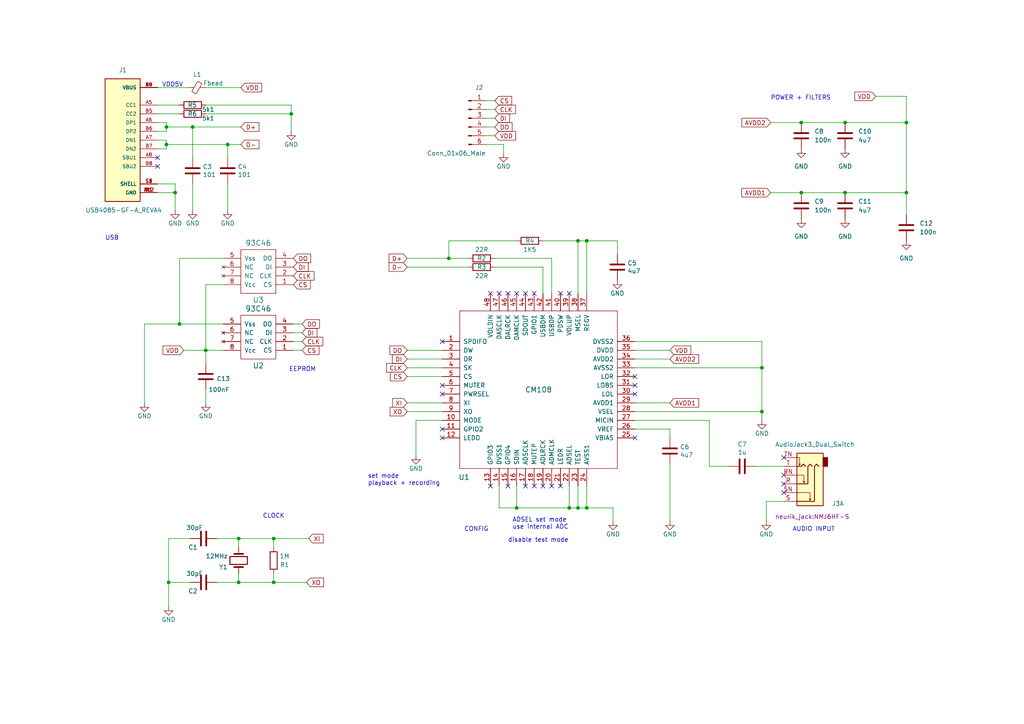
<source format=kicad_sch>
(kicad_sch (version 20230121) (generator eeschema)
  (paper "A4")
  (title_block (title "Unrealtone") (date "2023-11-10") (rev "v2"))
  (lib_symbols
    (symbol "93c46:93C46" (pin_names (offset 1.016))
      (property "Reference" "U" (at 0 8.89 0))
      (property "Value" "93C46" (at 0 -8.89 0))
      (symbol "93C46_0_1"
        (rectangle (start -5.08 -6.35) (end 5.08 6.35))
      )
      (symbol "93C46_1_1"
        (pin bidirectional line (at -10.16 3.81 0) (length 5.08) (name "CS") (number "1"))
        (pin bidirectional line (at -10.16 1.27 0) (length 5.08) (name "CLK") (number "2"))
        (pin bidirectional line (at -10.16 -1.27 0) (length 5.08) (name "DI") (number "3"))
        (pin bidirectional line (at -10.16 -3.81 0) (length 5.08) (name "DO") (number "4"))
        (pin power_out line (at 10.16 -3.81 180) (length 5.08) (name "Vss") (number "5"))
        (pin no_connect line (at 10.16 -1.27 180) (length 5.08) (name "NC") (number "6"))
        (pin no_connect line (at 10.16 1.27 180) (length 5.08) (name "NC") (number "7"))
        (pin power_in line (at 10.16 3.81 180) (length 5.08) (name "Vcc") (number "8"))
      )
    )
    (symbol "Connector:AudioJack3_Dual_Switch"
      (property "Reference" "J3" (at 8.89 0.0001 0))
      (property "Value" "AudioJack3_Dual_Switch" (at 8.89 -5.08 0))
      (property "Footprint" "neurik_jack:NMJ6HF-S" (at 3.175 10.16 0))
      (symbol "AudioJack3_Dual_Switch_0_1"
        (rectangle (start -6.35 -5.08) (end -7.62 -7.62) (stroke (width 0.254)) (fill (type outline)))
        (polyline (pts (xy -2.54 4.826) (xy -2.286 4.318)))
        (polyline (pts (xy -0.762 -0.254) (xy -0.508 -0.762)))
        (polyline (pts (xy 0.508 -5.334) (xy 0.762 -5.842)))
        (polyline (pts (xy 1.27 0) (xy 2.54 0)))
        (polyline (pts (xy 2.54 -5.08) (xy 1.27 -5.08)))
        (polyline (pts (xy 2.54 5.08) (xy 1.27 5.08)))
        (polyline (pts (xy -1.27 -5.08) (xy -0.635 -5.715) (xy 0 -5.08) (xy 1.27 -5.08)) (stroke (width 0.254)))
        (polyline (pts (xy 2.54 -7.62) (xy 0.508 -7.62) (xy 0.508 -5.334) (xy 0.254 -5.842)))
        (polyline (pts (xy 2.54 -2.54) (xy -0.762 -2.54) (xy -0.762 -0.254) (xy -1.016 -0.762)))
        (polyline (pts (xy 2.54 2.54) (xy -2.54 2.54) (xy -2.54 4.826) (xy -2.794 4.318)))
        (polyline (pts (xy -3.175 -5.08) (xy -2.54 -5.715) (xy -1.905 -5.08) (xy -1.905 0) (xy 1.27 0)) (stroke (width 0.254)))
        (polyline (pts (xy 1.27 5.08) (xy -3.81 5.08) (xy -3.81 -5.08) (xy -4.445 -5.715) (xy -5.08 -5.08)) (stroke (width 0.254)))
        (rectangle (start 1.27 6.35) (end -6.35 -8.89) (stroke (width 0.254)) (fill (type background)))
      )
      (symbol "AudioJack3_Dual_Switch_1_1"
        (pin passive line (at 5.08 0 180) (length 2.54) (name "~") (number "R"))
        (pin passive line (at 5.08 -2.54 180) (length 2.54) (name "~") (number "RN"))
        (pin passive line (at 5.08 5.08 180) (length 2.54) (name "~") (number "S"))
        (pin passive line (at 5.08 2.54 180) (length 2.54) (name "~") (number "SN"))
        (pin passive line (at 5.08 -5.08 180) (length 2.54) (name "~") (number "T"))
        (pin passive line (at 5.08 -7.62 180) (length 2.54) (name "~") (number "TN"))
      )
      (symbol "AudioJack3_Dual_Switch_2_1"
        (pin passive line (at 5.08 0 180) (length 2.54) (name "~") (number "R2"))
        (pin passive line (at 5.08 -2.54 180) (length 2.54) (name "~") (number "RN2"))
        (pin passive line (at 5.08 5.08 180) (length 2.54) (name "~") (number "S2"))
        (pin passive line (at 5.08 2.54 180) (length 2.54) (name "~") (number "SN2"))
        (pin passive line (at 5.08 -5.08 180) (length 2.54) (name "~") (number "T2"))
        (pin passive line (at 5.08 -7.62 180) (length 2.54) (name "~") (number "TN2"))
      )
    )
    (symbol "Connector:Conn_01x06_Male" (pin_names (offset 1.016) hide)
      (property "Reference" "J" (at 0 7.62 0))
      (property "Value" "Conn_01x06_Male" (at 0 -10.16 0))
      (symbol "Conn_01x06_Male_1_1"
        (polyline (pts (xy 1.27 -7.62) (xy 0.8636 -7.62)) (stroke (width 0.1524)))
        (polyline (pts (xy 1.27 -5.08) (xy 0.8636 -5.08)) (stroke (width 0.1524)))
        (polyline (pts (xy 1.27 -2.54) (xy 0.8636 -2.54)) (stroke (width 0.1524)))
        (polyline (pts (xy 1.27 0) (xy 0.8636 0)) (stroke (width 0.1524)))
        (polyline (pts (xy 1.27 2.54) (xy 0.8636 2.54)) (stroke (width 0.1524)))
        (polyline (pts (xy 1.27 5.08) (xy 0.8636 5.08)) (stroke (width 0.1524)))
        (rectangle (start 0.8636 -7.493) (end 0 -7.747) (stroke (width 0.1524)) (fill (type outline)))
        (rectangle (start 0.8636 -4.953) (end 0 -5.207) (stroke (width 0.1524)) (fill (type outline)))
        (rectangle (start 0.8636 -2.413) (end 0 -2.667) (stroke (width 0.1524)) (fill (type outline)))
        (rectangle (start 0.8636 0.127) (end 0 -0.127) (stroke (width 0.1524)) (fill (type outline)))
        (rectangle (start 0.8636 2.667) (end 0 2.413) (stroke (width 0.1524)) (fill (type outline)))
        (rectangle (start 0.8636 5.207) (end 0 4.953) (stroke (width 0.1524)) (fill (type outline)))
        (pin passive line (at 5.08 5.08 180) (length 3.81) (name "Pin_1") (number "1"))
        (pin passive line (at 5.08 2.54 180) (length 3.81) (name "Pin_2") (number "2"))
        (pin passive line (at 5.08 0 180) (length 3.81) (name "Pin_3") (number "3"))
        (pin passive line (at 5.08 -2.54 180) (length 3.81) (name "Pin_4") (number "4"))
        (pin passive line (at 5.08 -5.08 180) (length 3.81) (name "Pin_5") (number "5"))
        (pin passive line (at 5.08 -7.62 180) (length 3.81) (name "Pin_6") (number "6"))
      )
    )
    (symbol "Device:C" (pin_numbers hide) (pin_names (offset 0.254))
      (property "Reference" "C" (at 0.635 2.54 0))
      (property "Value" "C" (at 0.635 -2.54 0))
      (symbol "C_0_1"
        (polyline (pts (xy -2.032 -0.762) (xy 2.032 -0.762)) (stroke (width 0.508)))
        (polyline (pts (xy -2.032 0.762) (xy 2.032 0.762)) (stroke (width 0.508)))
      )
      (symbol "C_1_1"
        (pin passive line (at 0 3.81 270) (length 2.794) (name "~") (number "1"))
        (pin passive line (at 0 -3.81 90) (length 2.794) (name "~") (number "2"))
      )
    )
    (symbol "Device:R" (pin_numbers hide) (pin_names (offset 0))
      (property "Reference" "R" (at 2.032 0 90))
      (property "Value" "R" (at 0 0 90))
      (symbol "R_0_1"
        (rectangle (start -1.016 -2.54) (end 1.016 2.54) (stroke (width 0.254)))
      )
      (symbol "R_1_1"
        (pin passive line (at 0 3.81 270) (length 1.27) (name "~") (number "1"))
        (pin passive line (at 0 -3.81 90) (length 1.27) (name "~") (number "2"))
      )
    )
    (symbol "USB4085-GF-A_REVA4:USB4085-GF-A_REVA4" (pin_names (offset 1.016))
      (property "Reference" "J" (at -5.08 18.288 0))
      (property "Value" "USB4085-GF-A_REVA4" (at -5.08 -20.32 0))
      (symbol "USB4085-GF-A_REVA4_0_0"
        (rectangle (start -5.08 -17.78) (end 5.08 17.78) (stroke (width 0.254)) (fill (type background)))
        (pin power_in line (at -10.16 -15.24 0) (length 5.08) (name "GND") (number "A1"))
        (pin power_in line (at -10.16 -15.24 0) (length 5.08) (name "GND") (number "A12"))
        (pin power_in line (at -10.16 15.24 0) (length 5.08) (name "VBUS") (number "A4"))
        (pin bidirectional line (at -10.16 10.16 0) (length 5.08) (name "CC1") (number "A5"))
        (pin bidirectional line (at -10.16 5.08 0) (length 5.08) (name "DP1") (number "A6"))
        (pin bidirectional line (at -10.16 0 0) (length 5.08) (name "DN1") (number "A7"))
        (pin bidirectional line (at -10.16 -5.08 0) (length 5.08) (name "SBU1") (number "A8"))
        (pin power_in line (at -10.16 15.24 0) (length 5.08) (name "VBUS") (number "A9"))
        (pin power_in line (at -10.16 -15.24 0) (length 5.08) (name "GND") (number "B1"))
        (pin power_in line (at -10.16 -15.24 0) (length 5.08) (name "GND") (number "B12"))
        (pin power_in line (at -10.16 15.24 0) (length 5.08) (name "VBUS") (number "B4"))
        (pin bidirectional line (at -10.16 7.62 0) (length 5.08) (name "CC2") (number "B5"))
        (pin bidirectional line (at -10.16 2.54 0) (length 5.08) (name "DP2") (number "B6"))
        (pin bidirectional line (at -10.16 -2.54 0) (length 5.08) (name "DN2") (number "B7"))
        (pin bidirectional line (at -10.16 -7.62 0) (length 5.08) (name "SBU2") (number "B8"))
        (pin power_in line (at -10.16 15.24 0) (length 5.08) (name "VBUS") (number "B9"))
        (pin passive line (at -10.16 -12.7 0) (length 5.08) (name "SHELL") (number "S1"))
        (pin passive line (at -10.16 -12.7 0) (length 5.08) (name "SHELL") (number "S2"))
        (pin passive line (at -10.16 -12.7 0) (length 5.08) (name "SHELL") (number "S3"))
        (pin passive line (at -10.16 -12.7 0) (length 5.08) (name "SHELL") (number "S4"))
      )
    )
    (symbol "cm108:CM108" (pin_names (offset 1.016))
      (property "Reference" "U" (at 20.32 26.67 0))
      (property "Value" "CM108" (at 22.86 -25.4 0))
      (symbol "CM108_0_1"
        (rectangle (start -22.86 22.86) (end 22.86 -22.86))
      )
      (symbol "CM108_1_1"
        (pin output line (at -27.94 13.97 0) (length 5.08) (name "SPDIFO") (number "1"))
        (pin input line (at -27.94 -8.89 0) (length 5.08) (name "MODE") (number "10"))
        (pin bidirectional line (at -27.94 -11.43 0) (length 5.08) (name "GPIO2") (number "11"))
        (pin output line (at -27.94 -13.97 0) (length 5.08) (name "LEDO") (number "12"))
        (pin bidirectional line (at -13.97 -27.94 90) (length 5.08) (name "GPIO3") (number "13"))
        (pin passive line (at -11.43 -27.94 90) (length 5.08) (name "DVSS1") (number "14"))
        (pin bidirectional line (at -8.89 -27.94 90) (length 5.08) (name "GPIO4") (number "15"))
        (pin input line (at -6.35 -27.94 90) (length 5.08) (name "SDIN") (number "16"))
        (pin input line (at -3.81 -27.94 90) (length 5.08) (name "ADSCLK") (number "17"))
        (pin input line (at -1.27 -27.94 90) (length 5.08) (name "MUTEP") (number "18"))
        (pin output line (at 1.27 -27.94 90) (length 5.08) (name "ADLRCK") (number "19"))
        (pin output line (at -27.94 11.43 0) (length 5.08) (name "DW") (number "2"))
        (pin output line (at 3.81 -27.94 90) (length 5.08) (name "ADMCLK") (number "20"))
        (pin output line (at 6.35 -27.94 90) (length 5.08) (name "LEDR") (number "21"))
        (pin input line (at 8.89 -27.94 90) (length 5.08) (name "ADSEL") (number "22"))
        (pin input line (at 11.43 -27.94 90) (length 5.08) (name "TEST") (number "23"))
        (pin passive line (at 13.97 -27.94 90) (length 5.08) (name "AVSS1") (number "24"))
        (pin power_out line (at 27.94 -13.97 180) (length 5.08) (name "VBIAS") (number "25"))
        (pin passive line (at 27.94 -11.43 180) (length 5.08) (name "VREF") (number "26"))
        (pin input line (at 27.94 -8.89 180) (length 5.08) (name "MICIN") (number "27"))
        (pin input line (at 27.94 -6.35 180) (length 5.08) (name "VSEL") (number "28"))
        (pin power_in line (at 27.94 -3.81 180) (length 5.08) (name "AVDD1") (number "29"))
        (pin input line (at -27.94 8.89 0) (length 5.08) (name "DR") (number "3"))
        (pin output line (at 27.94 -1.27 180) (length 5.08) (name "LOL") (number "30"))
        (pin power_out line (at 27.94 1.27 180) (length 5.08) (name "LOBS") (number "31"))
        (pin output line (at 27.94 3.81 180) (length 5.08) (name "LOR") (number "32"))
        (pin passive line (at 27.94 6.35 180) (length 5.08) (name "AVSS2") (number "33"))
        (pin power_in line (at 27.94 8.89 180) (length 5.08) (name "AVDD2") (number "34"))
        (pin power_in line (at 27.94 11.43 180) (length 5.08) (name "DVDD") (number "35"))
        (pin passive line (at 27.94 13.97 180) (length 5.08) (name "DVSS2") (number "36"))
        (pin power_out line (at 13.97 27.94 270) (length 5.08) (name "REGV") (number "37"))
        (pin input line (at 11.43 27.94 270) (length 5.08) (name "MSEL") (number "38"))
        (pin input line (at 8.89 27.94 270) (length 5.08) (name "VOLUP") (number "39"))
        (pin output line (at -27.94 6.35 0) (length 5.08) (name "SK") (number "4"))
        (pin output line (at 6.35 27.94 270) (length 5.08) (name "PDSW") (number "40"))
        (pin bidirectional line (at 3.81 27.94 270) (length 5.08) (name "USBDP") (number "41"))
        (pin bidirectional line (at 1.27 27.94 270) (length 5.08) (name "USBDM") (number "42"))
        (pin bidirectional line (at -1.27 27.94 270) (length 5.08) (name "GPIO1") (number "43"))
        (pin output line (at -3.81 27.94 270) (length 5.08) (name "SDOUT") (number "44"))
        (pin output line (at -6.35 27.94 270) (length 5.08) (name "DAMCLK") (number "45"))
        (pin bidirectional line (at -8.89 27.94 270) (length 5.08) (name "DALRCK") (number "46"))
        (pin bidirectional line (at -11.43 27.94 270) (length 5.08) (name "DASCLK") (number "47"))
        (pin input line (at -13.97 27.94 270) (length 5.08) (name "VOLDIN") (number "48"))
        (pin input line (at -27.94 3.81 0) (length 5.08) (name "CS") (number "5"))
        (pin input line (at -27.94 1.27 0) (length 5.08) (name "MUTER") (number "6"))
        (pin output line (at -27.94 -1.27 0) (length 5.08) (name "PWRSEL") (number "7"))
        (pin input line (at -27.94 -3.81 0) (length 5.08) (name "XI") (number "8"))
        (pin input line (at -27.94 -6.35 0) (length 5.08) (name "XO") (number "9"))
      )
    )
    (symbol "power:GND" (power) (pin_names (offset 0))
      (property "Value" "GND" (at 0 -3.81 0))
      (symbol "GND_0_1"
        (polyline (pts (xy 0 0) (xy 0 -1.27) (xy 1.27 -1.27) (xy 0 -2.54) (xy -1.27 -1.27) (xy 0 -1.27)))
      )
      (symbol "GND_1_1"
        (pin power_in line (at 0 0 270) (length 0) hide (name "GND") (number "1"))
      )
    )
    (symbol "unrealtone-rescue:C" (pin_numbers hide) (pin_names (offset 0.254))
      (property "Reference" "C" (at 0.635 2.54 0))
      (property "Value" "C" (at 0.635 -2.54 0))
      (symbol "C_0_1"
        (polyline (pts (xy -2.032 -0.762) (xy 2.032 -0.762)) (stroke (width 0.508)))
        (polyline (pts (xy -2.032 0.762) (xy 2.032 0.762)) (stroke (width 0.508)))
      )
      (symbol "C_1_1"
        (pin passive line (at 0 3.81 270) (length 2.794) (name "~") (number "1"))
        (pin passive line (at 0 -3.81 90) (length 2.794) (name "~") (number "2"))
      )
    )
    (symbol "unrealtone-rescue:Crystal" (pin_numbers hide) (pin_names (offset 1.016) hide)
      (property "Reference" "Y" (at 0 3.81 0))
      (property "Value" "Crystal" (at 0 -3.81 0))
      (symbol "Crystal_0_1"
        (rectangle (start -1.143 2.54) (end 1.143 -2.54) (stroke (width 0.3048)))
        (polyline (pts (xy -2.54 0) (xy -1.905 0)))
        (polyline (pts (xy -1.905 -1.27) (xy -1.905 1.27)) (stroke (width 0.508)))
        (polyline (pts (xy 1.905 -1.27) (xy 1.905 1.27)) (stroke (width 0.508)))
        (polyline (pts (xy 2.54 0) (xy 1.905 0)))
      )
      (symbol "Crystal_1_1"
        (pin passive line (at -3.81 0 0) (length 1.27) (name "1") (number "1"))
        (pin passive line (at 3.81 0 180) (length 1.27) (name "2") (number "2"))
      )
    )
    (symbol "unrealtone-rescue:Ferrite_Bead_Small" (pin_numbers hide) (pin_names (offset 0))
      (property "Reference" "L" (at 1.905 1.27 0))
      (property "Value" "Ferrite_Bead_Small" (at 1.905 -1.27 0))
      (symbol "Ferrite_Bead_Small_0_1"
        (polyline (pts (xy 0 -1.27) (xy 0 -0.7874)))
        (polyline (pts (xy 0 0.889) (xy 0 1.2954)))
        (polyline (pts (xy -1.8288 0.2794) (xy -1.1176 1.4986) (xy 1.8288 -0.2032) (xy 1.1176 -1.4224) (xy -1.8288 0.2794)))
      )
      (symbol "Ferrite_Bead_Small_1_1"
        (pin passive line (at 0 2.54 270) (length 1.27) (name "~") (number "1"))
        (pin passive line (at 0 -2.54 90) (length 1.27) (name "~") (number "2"))
      )
    )
    (symbol "unrealtone-rescue:R" (pin_numbers hide) (pin_names (offset 0))
      (property "Reference" "R" (at 2.032 0 90))
      (property "Value" "R" (at 0 0 90))
      (symbol "R_0_1"
        (rectangle (start -1.016 -2.54) (end 1.016 2.54) (stroke (width 0.254)))
      )
      (symbol "R_1_1"
        (pin passive line (at 0 3.81 270) (length 1.27) (name "~") (number "1"))
        (pin passive line (at 0 -3.81 90) (length 1.27) (name "~") (number "2"))
      )
    )
  )
  (junction (at 130.175 74.93))
  (junction (at 84.455 33.02))
  (junction (at 48.26 41.91))
  (junction (at 48.26 36.83))
  (junction (at 167.64 69.85))
  (junction (at 232.41 55.88))
  (junction (at 245.11 35.56))
  (junction (at 170.18 147.32))
  (junction (at 262.89 35.56))
  (junction (at 167.64 147.32))
  (junction (at 232.41 35.56))
  (junction (at 262.89 55.88))
  (junction (at 245.11 55.88))
  (junction (at 170.18 69.85))
  (junction (at 59.69 101.6))
  (junction (at 55.88 36.83))
  (junction (at 149.86 147.32))
  (junction (at 165.1 147.32))
  (junction (at 220.98 106.68))
  (junction (at 52.07 93.98))
  (junction (at 220.98 119.38))
  (junction (at 50.8 55.88))
  (junction (at 69.215 168.91))
  (junction (at 79.375 168.91))
  (junction (at 66.04 41.91))
  (junction (at 79.375 156.21))
  (junction (at 69.215 156.21))
  (junction (at 48.895 168.91))
  (no_connect (at 142.24 85.09))
  (no_connect (at 165.1 85.09))
  (no_connect (at 184.15 114.3))
  (no_connect (at 184.15 111.76))
  (no_connect (at 184.15 127))
  (no_connect (at 160.02 140.97))
  (no_connect (at 149.86 85.09))
  (no_connect (at 142.24 140.97))
  (no_connect (at 162.56 85.09))
  (no_connect (at 227.33 132.715))
  (no_connect (at 152.4 85.09))
  (no_connect (at 144.78 85.09))
  (no_connect (at 147.32 140.97))
  (no_connect (at 154.94 85.09))
  (no_connect (at 45.72 45.72))
  (no_connect (at 45.72 48.26))
  (no_connect (at 184.15 109.22))
  (no_connect (at 157.48 140.97))
  (no_connect (at 128.27 124.46))
  (no_connect (at 128.27 127))
  (no_connect (at 128.27 111.76))
  (no_connect (at 162.56 140.97))
  (no_connect (at 154.94 140.97))
  (no_connect (at 227.33 142.875))
  (no_connect (at 227.33 137.795))
  (no_connect (at 227.33 140.335))
  (no_connect (at -5.08 44.45))
  (no_connect (at 147.32 85.09))
  (no_connect (at 128.27 114.3))
  (no_connect (at 128.27 99.06))
  (no_connect (at 152.4 140.97))
  (wire (pts (xy 48.895 168.91) (xy 55.245 168.91)))
  (wire (pts (xy 245.11 35.56) (xy 262.89 35.56)))
  (wire (pts (xy 84.455 30.48) (xy 84.455 33.02)))
  (wire (pts (xy 45.72 55.88) (xy 50.8 55.88)))
  (wire (pts (xy 45.72 35.56) (xy 48.26 35.56)))
  (wire (pts (xy 59.69 82.55) (xy 59.69 101.6)))
  (wire (pts (xy 118.11 74.93) (xy 130.175 74.93)))
  (wire (pts (xy 52.07 74.93) (xy 52.07 93.98)))
  (wire (pts (xy 59.69 30.48) (xy 84.455 30.48)))
  (wire (pts (xy 194.31 134.62) (xy 194.31 151.13)))
  (wire (pts (xy 45.72 40.64) (xy 48.26 40.64)))
  (wire (pts (xy 69.215 166.37) (xy 69.215 168.91)))
  (wire (pts (xy 118.11 119.38) (xy 128.27 119.38)))
  (wire (pts (xy 79.375 166.37) (xy 79.375 168.91)))
  (wire (pts (xy 66.04 53.34) (xy 66.04 60.96)))
  (wire (pts (xy 85.09 96.52) (xy 87.63 96.52)))
  (wire (pts (xy 118.11 109.22) (xy 128.27 109.22)))
  (wire (pts (xy 89.535 156.21) (xy 79.375 156.21)))
  (wire (pts (xy 140.97 41.91) (xy 146.05 41.91)))
  (wire (pts (xy 79.375 156.21) (xy 79.375 158.75)))
  (wire (pts (xy 84.455 33.02) (xy 84.455 38.1)))
  (wire (pts (xy 160.02 74.93) (xy 160.02 85.09)))
  (wire (pts (xy 140.97 39.37) (xy 143.51 39.37)))
  (wire (pts (xy 262.89 35.56) (xy 262.89 55.88)))
  (wire (pts (xy 79.375 168.91) (xy 69.215 168.91)))
  (wire (pts (xy 167.64 69.85) (xy 167.64 85.09)))
  (wire (pts (xy 184.15 106.68) (xy 220.98 106.68)))
  (wire (pts (xy 184.15 116.84) (xy 194.31 116.84)))
  (wire (pts (xy 79.375 156.21) (xy 69.215 156.21)))
  (wire (pts (xy 184.15 99.06) (xy 220.98 99.06)))
  (wire (pts (xy 69.215 168.91) (xy 62.865 168.91)))
  (wire (pts (xy 130.175 69.85) (xy 149.86 69.85)))
  (wire (pts (xy 48.26 35.56) (xy 48.26 36.83)))
  (wire (pts (xy 170.18 69.85) (xy 167.64 69.85)))
  (wire (pts (xy 140.97 36.83) (xy 143.51 36.83)))
  (wire (pts (xy 69.215 156.21) (xy 69.215 158.75)))
  (wire (pts (xy 219.075 135.255) (xy 227.33 135.255)))
  (wire (pts (xy 184.15 101.6) (xy 194.31 101.6)))
  (wire (pts (xy 184.15 119.38) (xy 220.98 119.38)))
  (wire (pts (xy 130.175 69.85) (xy 130.175 74.93)))
  (wire (pts (xy 220.98 119.38) (xy 220.98 121.92)))
  (wire (pts (xy 64.77 74.93) (xy 52.07 74.93)))
  (wire (pts (xy 48.895 156.21) (xy 48.895 168.91)))
  (wire (pts (xy 118.11 77.47) (xy 135.89 77.47)))
  (wire (pts (xy 41.91 93.98) (xy 52.07 93.98)))
  (wire (pts (xy 130.175 74.93) (xy 135.89 74.93)))
  (wire (pts (xy 205.74 121.92) (xy 205.74 135.255)))
  (wire (pts (xy 85.09 99.06) (xy 87.63 99.06)))
  (wire (pts (xy 85.09 101.6) (xy 87.63 101.6)))
  (wire (pts (xy 167.64 147.32) (xy 170.18 147.32)))
  (wire (pts (xy 48.26 41.91) (xy 48.26 43.18)))
  (wire (pts (xy 48.895 168.91) (xy 48.895 175.895)))
  (wire (pts (xy 223.52 55.88) (xy 232.41 55.88)))
  (wire (pts (xy 262.89 55.88) (xy 262.89 62.23)))
  (wire (pts (xy 118.11 104.14) (xy 128.27 104.14)))
  (wire (pts (xy 64.77 82.55) (xy 59.69 82.55)))
  (wire (pts (xy 52.07 93.98) (xy 64.77 93.98)))
  (wire (pts (xy 179.07 73.66) (xy 179.07 69.85)))
  (wire (pts (xy 170.18 69.85) (xy 179.07 69.85)))
  (wire (pts (xy 194.31 124.46) (xy 194.31 127)))
  (wire (pts (xy 184.15 121.92) (xy 205.74 121.92)))
  (wire (pts (xy 118.11 101.6) (xy 128.27 101.6)))
  (wire (pts (xy 59.69 113.03) (xy 59.69 116.84)))
  (wire (pts (xy 120.65 121.92) (xy 120.65 132.08)))
  (wire (pts (xy 222.25 145.415) (xy 222.25 151.13)))
  (wire (pts (xy 205.74 135.255) (xy 211.455 135.255)))
  (wire (pts (xy 170.18 147.32) (xy 177.8 147.32)))
  (wire (pts (xy 149.86 147.32) (xy 149.86 140.97)))
  (wire (pts (xy 59.69 101.6) (xy 64.77 101.6)))
  (wire (pts (xy 118.11 116.84) (xy 128.27 116.84)))
  (wire (pts (xy 245.11 55.88) (xy 262.89 55.88)))
  (wire (pts (xy 118.11 106.68) (xy 128.27 106.68)))
  (wire (pts (xy 157.48 69.85) (xy 167.64 69.85)))
  (wire (pts (xy 53.34 101.6) (xy 59.69 101.6)))
  (wire (pts (xy 59.69 33.02) (xy 84.455 33.02)))
  (wire (pts (xy 220.98 99.06) (xy 220.98 106.68)))
  (wire (pts (xy 48.26 36.83) (xy 48.26 38.1)))
  (wire (pts (xy 45.72 30.48) (xy 52.07 30.48)))
  (wire (pts (xy 45.72 33.02) (xy 52.07 33.02)))
  (wire (pts (xy 232.41 55.88) (xy 245.11 55.88)))
  (wire (pts (xy 66.04 41.91) (xy 66.04 45.72)))
  (wire (pts (xy 48.26 41.91) (xy 66.04 41.91)))
  (wire (pts (xy 48.26 40.64) (xy 48.26 41.91)))
  (wire (pts (xy 222.25 145.415) (xy 227.33 145.415)))
  (wire (pts (xy 149.86 147.32) (xy 165.1 147.32)))
  (wire (pts (xy 45.72 43.18) (xy 48.26 43.18)))
  (wire (pts (xy 140.97 31.75) (xy 143.51 31.75)))
  (wire (pts (xy 50.8 55.88) (xy 50.8 60.96)))
  (wire (pts (xy 262.89 27.94) (xy 262.89 35.56)))
  (wire (pts (xy 55.245 156.21) (xy 48.895 156.21)))
  (wire (pts (xy 128.27 121.92) (xy 120.65 121.92)))
  (wire (pts (xy 157.48 77.47) (xy 157.48 85.09)))
  (wire (pts (xy 55.88 60.96) (xy 55.88 53.34)))
  (wire (pts (xy 146.05 41.91) (xy 146.05 44.45)))
  (wire (pts (xy 170.18 147.32) (xy 170.18 140.97)))
  (wire (pts (xy 88.9 168.91) (xy 79.375 168.91)))
  (wire (pts (xy 50.8 53.34) (xy 50.8 55.88)))
  (wire (pts (xy 45.72 38.1) (xy 48.26 38.1)))
  (wire (pts (xy 177.8 147.32) (xy 177.8 151.13)))
  (wire (pts (xy 48.26 36.83) (xy 55.88 36.83)))
  (wire (pts (xy 184.15 124.46) (xy 194.31 124.46)))
  (wire (pts (xy 167.64 140.97) (xy 167.64 147.32)))
  (wire (pts (xy 170.18 69.85) (xy 170.18 85.09)))
  (wire (pts (xy 55.88 36.83) (xy 55.88 45.72)))
  (wire (pts (xy 165.1 147.32) (xy 167.64 147.32)))
  (wire (pts (xy 232.41 35.56) (xy 245.11 35.56)))
  (wire (pts (xy 254 27.94) (xy 262.89 27.94)))
  (wire (pts (xy 143.51 77.47) (xy 157.48 77.47)))
  (wire (pts (xy 59.69 25.4) (xy 69.85 25.4)))
  (wire (pts (xy 144.78 147.32) (xy 149.86 147.32)))
  (wire (pts (xy 54.61 25.4) (xy 45.72 25.4)))
  (wire (pts (xy 85.09 93.98) (xy 87.63 93.98)))
  (wire (pts (xy 220.98 106.68) (xy 220.98 119.38)))
  (wire (pts (xy 223.52 35.56) (xy 232.41 35.56)))
  (wire (pts (xy 55.88 36.83) (xy 69.85 36.83)))
  (wire (pts (xy 144.78 140.97) (xy 144.78 147.32)))
  (wire (pts (xy 45.72 53.34) (xy 50.8 53.34)))
  (wire (pts (xy 140.97 34.29) (xy 143.51 34.29)))
  (wire (pts (xy 66.04 41.91) (xy 69.85 41.91)))
  (wire (pts (xy 41.91 116.84) (xy 41.91 93.98)))
  (wire (pts (xy 184.15 104.14) (xy 194.31 104.14)))
  (wire (pts (xy 59.69 101.6) (xy 59.69 105.41)))
  (wire (pts (xy 165.1 147.32) (xy 165.1 140.97)))
  (wire (pts (xy 143.51 74.93) (xy 160.02 74.93)))
  (wire (pts (xy 140.97 29.21) (xy 143.51 29.21)))
  (wire (pts (xy 69.215 156.21) (xy 62.865 156.21)))
  (text "EEPROM" (at 83.82 107.95 0) (effects (font (size 1.27 1.27)) (justify left bottom)))
  (text "disable test mode" (at 147.32 157.48 0) (effects (font (size 1.27 1.27)) (justify left bottom)))
  (text "USB" (at 30.48 69.85 0) (effects (font (size 1.27 1.27)) (justify left bottom)))
  (text "ADSEL set mode\nuse internal ADC" (at 148.59 153.67 0) (effects (font (size 1.27 1.27)) (justify left bottom)))
  (text "POWER + FILTERS\n" (at 223.52 29.21 0) (effects (font (size 1.27 1.27)) (justify left bottom)))
  (text "CLOCK" (at 76.2 150.495 0) (effects (font (size 1.27 1.27)) (justify left bottom)))
  (text "VDD5V" (at 46.99 25.4 0) (effects (font (size 1.27 1.27)) (justify left bottom)))
  (text "CONFIG" (at 134.62 154.305 0) (effects (font (size 1.27 1.27)) (justify left bottom)))
  (text "set mode\nplayback + recording" (at 106.68 140.97 0) (effects (font (size 1.27 1.27)) (justify left bottom)))
  (text "AUDIO INPUT" (at 229.87 154.305 0) (effects (font (size 1.27 1.27)) (justify left bottom)))
  (global_label "D+" (shape input) (at 69.85 36.83 0) (property "Intersheetrefs" "${INTERSHEET_REFS}" (effects hide)))
  (global_label "VDD" (shape input) (at 194.31 101.6 0) (property "Intersheetrefs" "${INTERSHEET_REFS}" (effects hide)))
  (global_label "VDD" (shape input) (at 143.51 39.37 0) (property "Intersheetrefs" "${INTERSHEET_REFS}" (effects hide)))
  (global_label "DI" (shape input) (at 87.63 96.52 0) (property "Intersheetrefs" "${INTERSHEET_REFS}" (effects hide)))
  (global_label "XO" (shape input) (at 118.11 119.38 180) (property "Intersheetrefs" "${INTERSHEET_REFS}" (effects hide)))
  (global_label "AVDD2" (shape input) (at 194.31 104.14 0) (property "Intersheetrefs" "${INTERSHEET_REFS}" (effects hide)))
  (global_label "D-" (shape input) (at 118.11 77.47 180) (property "Intersheetrefs" "${INTERSHEET_REFS}" (effects hide)))
  (global_label "CS" (shape input) (at 85.09 82.55 0) (property "Intersheetrefs" "${INTERSHEET_REFS}" (effects hide)))
  (global_label "DI" (shape input) (at 118.11 104.14 180) (property "Intersheetrefs" "${INTERSHEET_REFS}" (effects hide)))
  (global_label "DI" (shape input) (at 85.09 77.47 0) (property "Intersheetrefs" "${INTERSHEET_REFS}" (effects hide)))
  (global_label "AVDD2" (shape input) (at 223.52 35.56 180) (property "Intersheetrefs" "${INTERSHEET_REFS}" (effects hide)))
  (global_label "VDD" (shape input) (at 69.85 25.4 0) (property "Intersheetrefs" "${INTERSHEET_REFS}" (effects hide)))
  (global_label "CS" (shape input) (at 143.51 29.21 0) (property "Intersheetrefs" "${INTERSHEET_REFS}" (effects hide)))
  (global_label "DI" (shape input) (at 143.51 34.29 0) (property "Intersheetrefs" "${INTERSHEET_REFS}" (effects hide)))
  (global_label "CLK" (shape input) (at 143.51 31.75 0) (property "Intersheetrefs" "${INTERSHEET_REFS}" (effects hide)))
  (global_label "XI" (shape input) (at 118.11 116.84 180) (property "Intersheetrefs" "${INTERSHEET_REFS}" (effects hide)))
  (global_label "VDD" (shape input) (at 53.34 101.6 180) (property "Intersheetrefs" "${INTERSHEET_REFS}" (effects hide)))
  (global_label "CLK" (shape input) (at 85.09 80.01 0) (property "Intersheetrefs" "${INTERSHEET_REFS}" (effects hide)))
  (global_label "XI" (shape input) (at 89.535 156.21 0) (property "Intersheetrefs" "${INTERSHEET_REFS}" (effects hide)))
  (global_label "XO" (shape input) (at 88.9 168.91 0) (property "Intersheetrefs" "${INTERSHEET_REFS}" (effects hide)))
  (global_label "CLK" (shape input) (at 87.63 99.06 0) (property "Intersheetrefs" "${INTERSHEET_REFS}" (effects hide)))
  (global_label "CS" (shape input) (at 118.11 109.22 180) (property "Intersheetrefs" "${INTERSHEET_REFS}" (effects hide)))
  (global_label "DO" (shape input) (at 87.63 93.98 0) (property "Intersheetrefs" "${INTERSHEET_REFS}" (effects hide)))
  (global_label "DO" (shape input) (at 118.11 101.6 180) (property "Intersheetrefs" "${INTERSHEET_REFS}" (effects hide)))
  (global_label "CS" (shape input) (at 87.63 101.6 0) (property "Intersheetrefs" "${INTERSHEET_REFS}" (effects hide)))
  (global_label "D-" (shape input) (at 69.85 41.91 0) (property "Intersheetrefs" "${INTERSHEET_REFS}" (effects hide)))
  (global_label "DO" (shape input) (at 85.09 74.93 0) (property "Intersheetrefs" "${INTERSHEET_REFS}" (effects hide)))
  (global_label "CLK" (shape input) (at 118.11 106.68 180) (property "Intersheetrefs" "${INTERSHEET_REFS}" (effects hide)))
  (global_label "DO" (shape input) (at 143.51 36.83 0) (property "Intersheetrefs" "${INTERSHEET_REFS}" (effects hide)))
  (global_label "AVDD1" (shape input) (at 223.52 55.88 180) (property "Intersheetrefs" "${INTERSHEET_REFS}" (effects hide)))
  (global_label "D+" (shape input) (at 118.11 74.93 180) (property "Intersheetrefs" "${INTERSHEET_REFS}" (effects hide)))
  (global_label "AVDD1" (shape input) (at 194.31 116.84 0) (property "Intersheetrefs" "${INTERSHEET_REFS}" (effects hide)))
  (global_label "VDD" (shape input) (at 254 27.94 180) (property "Intersheetrefs" "${INTERSHEET_REFS}" (effects hide)))
  (symbol (lib_id "unrealtone-rescue:Crystal") (at 69.215 162.56 270) (unit 1)
    (property "Reference" "Y1" (at 64.77 164.465 90))
    (property "Value" "12MHz" (at 62.865 161.29 90))
    (property "Footprint" "Crystal:Crystal_HC49-4H_Vertical" (effects hide))
  )
  (symbol (lib_id "unrealtone-rescue:C") (at 59.055 156.21 270) (unit 1)
    (property "Reference" "C1" (at 54.61 158.75 90) (effects (justify left)))
    (property "Value" "30pF" (at 53.975 153.035 90) (effects (justify left)))
    (property "Footprint" "Capacitor_SMD:C_0805_2012Metric" (effects hide))
  )
  (symbol (lib_id "unrealtone-rescue:C") (at 59.055 168.91 270) (unit 1)
    (property "Reference" "C2" (at 54.61 171.45 90) (effects (justify left)))
    (property "Value" "30pF" (at 53.975 166.37 90) (effects (justify left)))
    (property "Footprint" "Capacitor_SMD:C_0805_2012Metric" (effects hide))
  )
  (symbol (lib_id "power:GND") (at 48.895 175.895 0) (unit 1)
    (property "Reference" "#PWR02" (effects hide))
    (property "Value" "GND" (at 48.895 179.705 0))
  )
  (symbol (lib_id "unrealtone-rescue:R") (at 79.375 162.56 180) (unit 1)
    (property "Reference" "R1" (at 82.55 163.83 0))
    (property "Value" "1M" (at 82.55 161.29 0))
    (property "Footprint" "Resistor_SMD:R_0805_2012Metric" (effects hide))
  )
  (symbol (lib_id "power:GND") (at 41.91 116.84 0) (unit 1)
    (property "Reference" "#PWR0103" (effects hide))
    (property "Value" "GND" (at 41.91 120.65 0))
  )
  (symbol (lib_id "power:GND") (at 120.65 132.08 0) (unit 1)
    (property "Reference" "#PWR0104" (effects hide))
    (property "Value" "GND" (at 120.65 135.89 0))
  )
  (symbol (lib_id "power:GND") (at 177.8 151.13 0) (unit 1)
    (property "Reference" "#PWR0105" (effects hide))
    (property "Value" "GND" (at 177.8 154.94 0))
  )
  (symbol (lib_id "unrealtone-rescue:Ferrite_Bead_Small") (at 57.15 25.4 90) (unit 1)
    (property "Reference" "L1" (at 58.42 21.59 90) (effects (justify left)))
    (property "Value" "Fbead" (at 64.77 24.13 90) (effects (justify left)))
    (property "Footprint" "Inductor_SMD:L_0805_2012Metric" (effects hide))
  )
  (symbol (lib_id "Device:C") (at 55.88 49.53 0) (unit 1)
    (property "Reference" "C3" (at 58.801 48.3616 0) (effects (justify left)))
    (property "Value" "101" (at 58.801 50.673 0) (effects (justify left)))
    (property "Footprint" "Capacitor_SMD:C_0805_2012Metric" (effects hide))
  )
  (symbol (lib_id "Device:C") (at 66.04 49.53 0) (unit 1)
    (property "Reference" "C4" (at 68.961 48.3616 0) (effects (justify left)))
    (property "Value" "101" (at 68.961 50.673 0) (effects (justify left)))
    (property "Footprint" "Capacitor_SMD:C_0805_2012Metric" (effects hide))
  )
  (symbol (lib_id "power:GND") (at 55.88 60.96 0) (unit 1)
    (property "Reference" "#PWR0107" (effects hide))
    (property "Value" "GND" (at 55.88 64.77 0))
  )
  (symbol (lib_id "power:GND") (at 66.04 60.96 0) (unit 1)
    (property "Reference" "#PWR0108" (effects hide))
    (property "Value" "GND" (at 66.04 64.77 0))
  )
  (symbol (lib_id "Device:R") (at 153.67 69.85 270) (unit 1)
    (property "Reference" "R4" (at 153.67 69.85 90))
    (property "Value" "1K5" (at 153.67 72.39 90))
    (property "Footprint" "Resistor_SMD:R_0805_2012Metric" (effects hide))
  )
  (symbol (lib_id "Device:C") (at 179.07 77.47 0) (unit 1)
    (property "Reference" "C5" (at 181.991 76.3016 0) (effects (justify left)))
    (property "Value" "4u7" (at 181.991 78.613 0) (effects (justify left)))
    (property "Footprint" "Capacitor_SMD:C_0805_2012Metric" (effects hide))
  )
  (symbol (lib_id "Device:C") (at 194.31 130.81 0) (unit 1)
    (property "Reference" "C6" (at 197.231 129.6416 0) (effects (justify left)))
    (property "Value" "4u7" (at 197.231 131.953 0) (effects (justify left)))
    (property "Footprint" "Capacitor_SMD:C_0805_2012Metric" (effects hide))
  )
  (symbol (lib_id "power:GND") (at 194.31 151.13 0) (unit 1)
    (property "Reference" "#PWR03" (effects hide))
    (property "Value" "GND" (at 194.31 154.94 0))
  )
  (symbol (lib_id "Device:C") (at 215.265 135.255 270) (unit 1)
    (property "Reference" "C7" (at 215.265 128.8542 90))
    (property "Value" "1u" (at 215.265 131.1656 90))
    (property "Footprint" "Capacitor_SMD:C_0805_2012Metric" (effects hide))
  )
  (symbol (lib_id "power:GND") (at 222.25 151.13 0) (unit 1)
    (property "Reference" "#PWR04" (effects hide))
    (property "Value" "GND" (at 222.25 154.94 0))
  )
  (symbol (lib_id "power:GND") (at 179.07 81.28 0) (unit 1)
    (property "Reference" "#PWR05" (effects hide))
    (property "Value" "GND" (at 179.07 85.09 0))
  )
  (symbol (lib_id "power:GND") (at 220.98 121.92 0) (unit 1)
    (property "Reference" "#PWR0110" (effects hide))
    (property "Value" "GND" (at 220.98 125.73 0))
  )
  (symbol (lib_id "unrealtone-rescue:R") (at 139.7 74.93 90) (unit 1)
    (property "Reference" "R2" (at 139.7 74.93 90))
    (property "Value" "22R" (at 139.7 72.39 90))
    (property "Footprint" "Resistor_SMD:R_0805_2012Metric" (effects hide))
  )
  (symbol (lib_id "USB4085-GF-A_REVA4:USB4085-GF-A_REVA4") (at 35.56 40.64 0) (mirror y) (unit 1)
    (property "Reference" "J1" (at 36.83 20.32 0) (effects (justify left)))
    (property "Value" "USB4085-GF-A_REVA4" (at 46.99 60.96 0) (effects (justify left)))
    (property "Footprint" "library:GCT_USB4085-GF-A_REVA4" (effects hide))
    (property "PARTREV" "A4" (effects hide))
    (property "MANUFACTURER" "Global Connector Technology" (effects hide))
    (property "SNAPEDA_PN" "USB4085-GF-A" (effects hide))
    (property "STANDARDD" "Manufacturer Recommendations" (effects hide))
    (property "MAXIMUM_PACKAGE_HEIGHT" "3.46 mm" (effects hide))
  )
  (symbol (lib_id "Device:C") (at 232.41 59.69 0) (unit 1)
    (property "Reference" "C9" (at 236.22 58.4199 0) (effects (justify left)))
    (property "Value" "100n" (at 236.22 60.9599 0) (effects (justify left)))
    (property "Footprint" "Capacitor_SMD:C_0805_2012Metric" (effects hide))
  )
  (symbol (lib_id "power:GND") (at 245.11 43.18 0) (unit 1)
    (property "Reference" "#PWR011" (effects hide))
    (property "Value" "GND" (at 245.11 48.26 0))
  )
  (symbol (lib_id "power:GND") (at 84.455 38.1 0) (unit 1)
    (property "Reference" "#PWR07" (effects hide))
    (property "Value" "GND" (at 84.455 41.91 0))
  )
  (symbol (lib_id "Device:C") (at 262.89 66.04 0) (unit 1)
    (property "Reference" "C12" (at 266.7 64.7699 0) (effects (justify left)))
    (property "Value" "100n" (at 266.7 67.3099 0) (effects (justify left)))
    (property "Footprint" "Capacitor_SMD:C_0805_2012Metric" (effects hide))
  )
  (symbol (lib_id "cm108:CM108") (at 156.21 113.03 0) (unit 1)
    (property "Reference" "U1" (at 134.62 138.43 0) (effects (font (size 1.524 1.524))))
    (property "Value" "CM108" (at 156.21 113.03 0) (effects (font (size 1.524 1.524))))
    (property "Footprint" "Package_QFP:LQFP-48_7x7mm_P0.5mm" (effects hide))
  )
  (symbol (lib_id "power:GND") (at 262.89 69.85 0) (unit 1)
    (property "Reference" "#PWR013" (effects hide))
    (property "Value" "GND" (at 262.89 74.93 0))
  )
  (symbol (lib_id "Connector:Conn_01x06_Male") (at 135.89 34.29 0) (unit 1)
    (property "Reference" "J2" (at 137.795 25.4 0) (effects (justify left)))
    (property "Value" "Conn_01x06_Male" (at 123.825 44.45 0) (effects (justify left)))
    (property "Footprint" "Connector_PinHeader_2.54mm:PinHeader_1x06_P2.54mm_Vertical" (effects hide))
  )
  (symbol (lib_id "power:GND") (at 232.41 43.18 0) (unit 1)
    (property "Reference" "#PWR09" (effects hide))
    (property "Value" "GND" (at 232.41 48.26 0))
  )
  (symbol (lib_id "power:GND") (at 146.05 44.45 0) (unit 1)
    (property "Reference" "#PWR08" (effects hide))
    (property "Value" "GND" (at 146.05 48.26 0))
  )
  (symbol (lib_id "unrealtone-rescue:R") (at 139.7 77.47 90) (unit 1)
    (property "Reference" "R3" (at 139.7 77.47 90))
    (property "Value" "22R" (at 139.7 80.01 90))
    (property "Footprint" "Resistor_SMD:R_0805_2012Metric" (effects hide))
  )
  (symbol (lib_id "Device:R") (at 55.88 30.48 90) (unit 1)
    (property "Reference" "R5" (at 57.15 30.48 90) (effects (justify left)))
    (property "Value" "5k1" (at 62.23 31.75 90) (effects (justify left)))
    (property "Footprint" "Resistor_SMD:R_0805_2012Metric" (effects hide))
  )
  (symbol (lib_id "Device:C") (at 245.11 59.69 0) (unit 1)
    (property "Reference" "C11" (at 248.92 58.4199 0) (effects (justify left)))
    (property "Value" "4u7" (at 248.92 60.9599 0) (effects (justify left)))
    (property "Footprint" "Capacitor_SMD:C_0805_2012Metric" (effects hide))
  )
  (symbol (lib_id "Device:C") (at 232.41 39.37 0) (unit 1)
    (property "Reference" "C8" (at 236.22 38.0999 0) (effects (justify left)))
    (property "Value" "100n" (at 236.22 40.6399 0) (effects (justify left)))
    (property "Footprint" "Capacitor_SMD:C_0805_2012Metric" (effects hide))
  )
  (symbol (lib_id "power:GND") (at 59.69 116.84 0) (unit 1)
    (property "Reference" "#PWR01" (effects hide))
    (property "Value" "GND" (at 59.69 120.65 0))
  )
  (symbol (lib_id "Connector:AudioJack3_Dual_Switch") (at 232.41 140.335 180) (unit 1)
    (property "Reference" "J3" (at 241.3 146.05 0) (effects (justify right)))
    (property "Value" "AudioJack3_Dual_Switch" (at 224.79 128.905 0) (effects (justify right)))
    (property "Footprint" "neurik_jack:NMJ6HF-S" (at 235.585 149.86 0))
  )
  (symbol (lib_id "power:GND") (at 245.11 63.5 0) (unit 1)
    (property "Reference" "#PWR012" (effects hide))
    (property "Value" "GND" (at 245.11 68.58 0))
  )
  (symbol (lib_id "Device:C") (at 59.69 109.22 0) (unit 1)
    (property "Reference" "C13" (at 64.77 109.855 0))
    (property "Value" "100nF" (at 63.5 113.03 0))
    (property "Footprint" "Capacitor_SMD:C_0805_2012Metric" (effects hide))
  )
  (symbol (lib_id "power:GND") (at 50.8 60.96 0) (unit 1)
    (property "Reference" "#PWR0101" (effects hide))
    (property "Value" "GND" (at 50.8 64.77 0))
  )
  (symbol (lib_id "Device:C") (at 245.11 39.37 0) (unit 1)
    (property "Reference" "C10" (at 248.92 38.0999 0) (effects (justify left)))
    (property "Value" "4u7" (at 248.92 40.6399 0) (effects (justify left)))
    (property "Footprint" "Capacitor_SMD:C_0805_2012Metric" (effects hide))
  )
  (symbol (lib_id "93c46:93C46") (at 74.93 97.79 180) (unit 1)
    (property "Reference" "U2" (at 74.93 106.045 0) (effects (font (size 1.524 1.524))))
    (property "Value" "93C46" (at 74.93 89.535 0) (effects (font (size 1.524 1.524))))
    (property "Footprint" "Package_DIP:DIP-8_W7.62mm" (effects hide))
  )
  (symbol (lib_id "93c46:93C46") (at 74.93 78.74 180) (unit 1)
    (property "Reference" "U3" (at 74.93 86.995 0) (effects (font (size 1.524 1.524))))
    (property "Value" "93C46" (at 74.93 70.485 0) (effects (font (size 1.524 1.524))))
    (property "Footprint" "Package_SO:SOIC-8_3.9x4.9mm_P1.27mm" (effects hide))
  )
  (symbol (lib_id "Device:R") (at 55.88 33.02 90) (unit 1)
    (property "Reference" "R6" (at 57.15 33.02 90) (effects (justify left)))
    (property "Value" "5k1" (at 62.23 34.29 90) (effects (justify left)))
    (property "Footprint" "Resistor_SMD:R_0805_2012Metric" (effects hide))
  )
  (symbol (lib_id "power:GND") (at 232.41 63.5 0) (unit 1)
    (property "Reference" "#PWR010" (effects hide))
    (property "Value" "GND" (at 232.41 68.58 0))
  )
)
</source>
